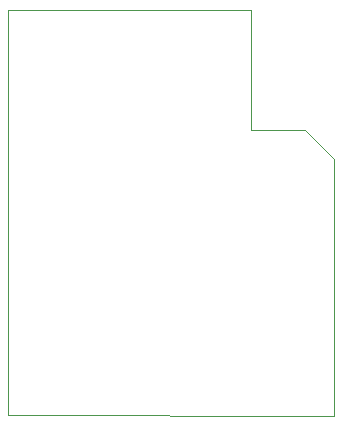
<source format=gbr>
%TF.GenerationSoftware,KiCad,Pcbnew,5.1.5+dfsg1-2build2*%
%TF.CreationDate,2022-09-06T14:28:28-04:00*%
%TF.ProjectId,salt_replacement,73616c74-5f72-4657-906c-6163656d656e,1.1.0*%
%TF.SameCoordinates,Original*%
%TF.FileFunction,Profile,NP*%
%FSLAX46Y46*%
G04 Gerber Fmt 4.6, Leading zero omitted, Abs format (unit mm)*
G04 Created by KiCad (PCBNEW 5.1.5+dfsg1-2build2) date 2022-09-06 14:28:28*
%MOMM*%
%LPD*%
G04 APERTURE LIST*
%TA.AperFunction,Profile*%
%ADD10C,0.050000*%
%TD*%
G04 APERTURE END LIST*
D10*
X131750000Y-108220000D02*
X134250000Y-110720000D01*
X134250000Y-110720000D02*
X134250000Y-132420000D01*
X127150000Y-108220000D02*
X131750000Y-108220000D01*
X127150000Y-98120000D02*
X106650000Y-98120000D01*
X127150000Y-98120000D02*
X127150000Y-108220000D01*
X134250000Y-132420000D02*
X106650000Y-132400000D01*
X106650000Y-132400000D02*
X106650000Y-98120000D01*
M02*

</source>
